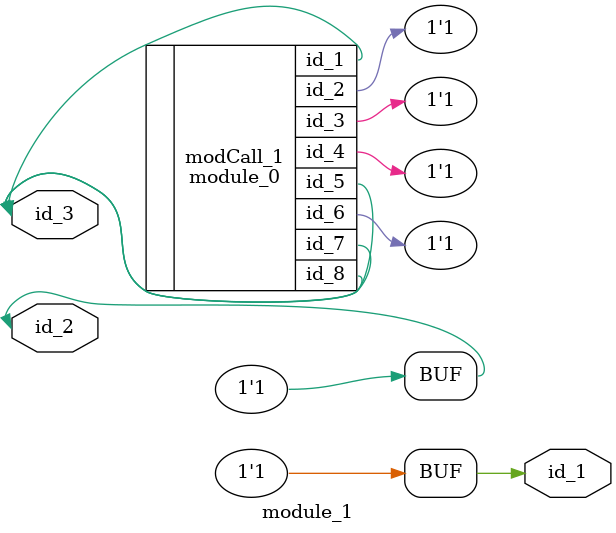
<source format=v>
module module_0 (
    id_1,
    id_2,
    id_3,
    id_4,
    id_5,
    id_6,
    id_7,
    id_8
);
  inout wire id_8;
  inout wire id_7;
  inout wire id_6;
  output wire id_5;
  output wire id_4;
  output wire id_3;
  output wire id_2;
  inout wire id_1;
  assign id_2 = id_8;
endmodule
module module_1 (
    id_1,
    id_2,
    id_3
);
  inout wire id_3;
  inout wire id_2;
  output wire id_1;
  assign id_2 = 1;
  module_0 modCall_1 (
      id_3,
      id_2,
      id_2,
      id_1,
      id_3,
      id_2,
      id_3,
      id_3
  );
  wire id_4;
  assign id_1 = 1 == id_2;
  assign id_2 = 1;
endmodule

</source>
